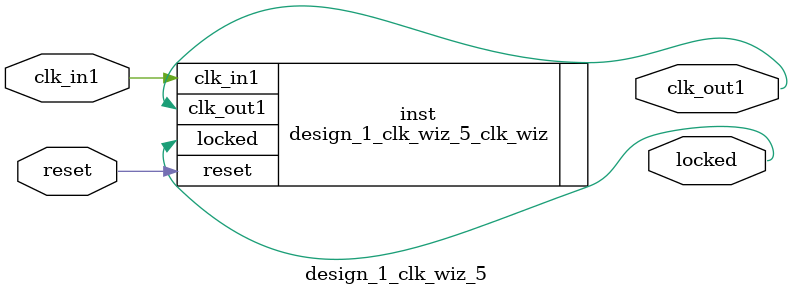
<source format=v>


`timescale 1ps/1ps

(* CORE_GENERATION_INFO = "design_1_clk_wiz_5,clk_wiz_v6_0_6_0_0,{component_name=design_1_clk_wiz_5,use_phase_alignment=true,use_min_o_jitter=false,use_max_i_jitter=false,use_dyn_phase_shift=false,use_inclk_switchover=false,use_dyn_reconfig=false,enable_axi=0,feedback_source=FDBK_AUTO,PRIMITIVE=MMCM,num_out_clk=1,clkin1_period=10.000,clkin2_period=10.000,use_power_down=false,use_reset=true,use_locked=true,use_inclk_stopped=false,feedback_type=SINGLE,CLOCK_MGR_TYPE=NA,manual_override=false}" *)

module design_1_clk_wiz_5 
 (
  // Clock out ports
  output        clk_out1,
  // Status and control signals
  input         reset,
  output        locked,
 // Clock in ports
  input         clk_in1
 );

  design_1_clk_wiz_5_clk_wiz inst
  (
  // Clock out ports  
  .clk_out1(clk_out1),
  // Status and control signals               
  .reset(reset), 
  .locked(locked),
 // Clock in ports
  .clk_in1(clk_in1)
  );

endmodule

</source>
